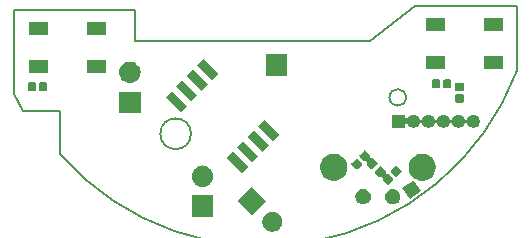
<source format=gbr>
%TF.GenerationSoftware,KiCad,Pcbnew,5.0.1*%
%TF.CreationDate,2018-11-18T21:12:45+01:00*%
%TF.ProjectId,lightball,6C6967687462616C6C2E6B696361645F,rev?*%
%TF.SameCoordinates,Original*%
%TF.FileFunction,Soldermask,Bot*%
%TF.FilePolarity,Negative*%
%FSLAX46Y46*%
G04 Gerber Fmt 4.6, Leading zero omitted, Abs format (unit mm)*
G04 Created by KiCad (PCBNEW 5.0.1) date So 18 Nov 2018 21:12:45 CET*
%MOMM*%
%LPD*%
G01*
G04 APERTURE LIST*
%ADD10C,0.150000*%
%ADD11C,0.100000*%
G04 APERTURE END LIST*
D10*
X73975000Y-113550000D02*
X72575000Y-113550000D01*
X73975000Y-117200000D02*
X73975000Y-113550000D01*
X112660414Y-110153935D02*
G75*
G02X73975000Y-117200000I-21460414J8103935D01*
G01*
X112675000Y-104650000D02*
X112663015Y-110154914D01*
X104050000Y-104650000D02*
X112675000Y-104650000D01*
X100250000Y-107650000D02*
X104050000Y-104650000D01*
X80300000Y-107650000D02*
X100250000Y-107650000D01*
X80300000Y-105000000D02*
X80300000Y-107650000D01*
X70050000Y-105000000D02*
X80300000Y-105000000D01*
X70050000Y-112150000D02*
X70050000Y-105000000D01*
X70850000Y-113550000D02*
X70050000Y-112150000D01*
X72575000Y-113550000D02*
X70850000Y-113550000D01*
X103275000Y-112400000D02*
G75*
G03X103275000Y-112400000I-700000J0D01*
G01*
X85075000Y-115475000D02*
G75*
G03X85075000Y-115475000I-1300000J0D01*
G01*
D11*
G36*
X92215995Y-122099470D02*
X92370867Y-122163620D01*
X92510248Y-122256752D01*
X92628782Y-122375286D01*
X92721914Y-122514667D01*
X92786064Y-122669539D01*
X92818767Y-122833951D01*
X92818767Y-123001583D01*
X92786064Y-123165995D01*
X92721914Y-123320867D01*
X92628782Y-123460248D01*
X92510248Y-123578782D01*
X92370867Y-123671914D01*
X92215995Y-123736064D01*
X92051583Y-123768767D01*
X91883951Y-123768767D01*
X91719539Y-123736064D01*
X91564667Y-123671914D01*
X91425286Y-123578782D01*
X91306752Y-123460248D01*
X91213620Y-123320867D01*
X91149470Y-123165995D01*
X91116767Y-123001583D01*
X91116767Y-122833951D01*
X91149470Y-122669539D01*
X91213620Y-122514667D01*
X91306752Y-122375286D01*
X91425286Y-122256752D01*
X91564667Y-122163620D01*
X91719539Y-122099470D01*
X91883951Y-122066767D01*
X92051583Y-122066767D01*
X92215995Y-122099470D01*
X92215995Y-122099470D01*
G37*
G36*
X86951000Y-122501000D02*
X85149000Y-122501000D01*
X85149000Y-120699000D01*
X86951000Y-120699000D01*
X86951000Y-122501000D01*
X86951000Y-122501000D01*
G37*
G36*
X91403496Y-121150000D02*
X90200000Y-122353496D01*
X88996504Y-121150000D01*
X90200000Y-119946504D01*
X91403496Y-121150000D01*
X91403496Y-121150000D01*
G37*
G36*
X99839890Y-120174017D02*
X99958361Y-120223089D01*
X100064992Y-120294338D01*
X100155662Y-120385008D01*
X100226911Y-120491639D01*
X100275983Y-120610110D01*
X100301000Y-120735881D01*
X100301000Y-120864119D01*
X100275983Y-120989890D01*
X100226911Y-121108361D01*
X100155662Y-121214992D01*
X100064992Y-121305662D01*
X99958361Y-121376911D01*
X99839890Y-121425983D01*
X99714119Y-121451000D01*
X99585881Y-121451000D01*
X99460110Y-121425983D01*
X99341639Y-121376911D01*
X99235008Y-121305662D01*
X99144338Y-121214992D01*
X99073089Y-121108361D01*
X99024017Y-120989890D01*
X98999000Y-120864119D01*
X98999000Y-120735881D01*
X99024017Y-120610110D01*
X99073089Y-120491639D01*
X99144338Y-120385008D01*
X99235008Y-120294338D01*
X99341639Y-120223089D01*
X99460110Y-120174017D01*
X99585881Y-120149000D01*
X99714119Y-120149000D01*
X99839890Y-120174017D01*
X99839890Y-120174017D01*
G37*
G36*
X102339890Y-120174017D02*
X102458361Y-120223089D01*
X102564992Y-120294338D01*
X102655662Y-120385008D01*
X102726911Y-120491639D01*
X102775983Y-120610110D01*
X102801000Y-120735881D01*
X102801000Y-120864119D01*
X102775983Y-120989890D01*
X102726911Y-121108361D01*
X102655662Y-121214992D01*
X102564992Y-121305662D01*
X102458361Y-121376911D01*
X102339890Y-121425983D01*
X102214119Y-121451000D01*
X102085881Y-121451000D01*
X101960110Y-121425983D01*
X101841639Y-121376911D01*
X101735008Y-121305662D01*
X101644338Y-121214992D01*
X101573089Y-121108361D01*
X101524017Y-120989890D01*
X101499000Y-120864119D01*
X101499000Y-120735881D01*
X101524017Y-120610110D01*
X101573089Y-120491639D01*
X101644338Y-120385008D01*
X101735008Y-120294338D01*
X101841639Y-120223089D01*
X101960110Y-120174017D01*
X102085881Y-120149000D01*
X102214119Y-120149000D01*
X102339890Y-120174017D01*
X102339890Y-120174017D01*
G37*
G36*
X103906152Y-119443914D02*
X103913265Y-119467363D01*
X103926356Y-119491224D01*
X104517393Y-120335312D01*
X103614688Y-120967393D01*
X102982607Y-120064688D01*
X103222886Y-119896443D01*
X103885312Y-119432607D01*
X103903766Y-119419686D01*
X103906152Y-119443914D01*
X103906152Y-119443914D01*
G37*
G36*
X86160443Y-118165519D02*
X86226627Y-118172037D01*
X86314009Y-118198544D01*
X86396467Y-118223557D01*
X86487820Y-118272387D01*
X86552991Y-118307222D01*
X86554281Y-118308281D01*
X86690186Y-118419814D01*
X86753131Y-118496514D01*
X86802778Y-118557009D01*
X86802779Y-118557011D01*
X86886443Y-118713533D01*
X86894755Y-118740935D01*
X86937963Y-118883373D01*
X86955359Y-119060000D01*
X86937963Y-119236627D01*
X86918870Y-119299569D01*
X86886443Y-119406467D01*
X86853893Y-119467363D01*
X86802778Y-119562991D01*
X86773448Y-119598729D01*
X86690186Y-119700186D01*
X86599072Y-119774960D01*
X86552991Y-119812778D01*
X86552989Y-119812779D01*
X86396467Y-119896443D01*
X86339853Y-119913616D01*
X86226627Y-119947963D01*
X86160443Y-119954481D01*
X86094260Y-119961000D01*
X86005740Y-119961000D01*
X85939557Y-119954481D01*
X85873373Y-119947963D01*
X85760147Y-119913616D01*
X85703533Y-119896443D01*
X85547011Y-119812779D01*
X85547009Y-119812778D01*
X85500928Y-119774960D01*
X85409814Y-119700186D01*
X85326552Y-119598729D01*
X85297222Y-119562991D01*
X85246107Y-119467363D01*
X85213557Y-119406467D01*
X85181130Y-119299569D01*
X85162037Y-119236627D01*
X85144641Y-119060000D01*
X85162037Y-118883373D01*
X85205245Y-118740935D01*
X85213557Y-118713533D01*
X85297221Y-118557011D01*
X85297222Y-118557009D01*
X85346869Y-118496514D01*
X85409814Y-118419814D01*
X85545719Y-118308281D01*
X85547009Y-118307222D01*
X85612180Y-118272387D01*
X85703533Y-118223557D01*
X85785991Y-118198544D01*
X85873373Y-118172037D01*
X85939557Y-118165519D01*
X86005740Y-118159000D01*
X86094260Y-118159000D01*
X86160443Y-118165519D01*
X86160443Y-118165519D01*
G37*
G36*
X101157063Y-118234438D02*
X101177681Y-118240692D01*
X101196681Y-118250848D01*
X101218106Y-118268431D01*
X101542463Y-118592788D01*
X101560046Y-118614213D01*
X101570202Y-118633213D01*
X101576456Y-118653831D01*
X101578567Y-118675269D01*
X101576456Y-118696710D01*
X101567285Y-118726941D01*
X101562504Y-118750974D01*
X101562504Y-118775479D01*
X101567284Y-118799512D01*
X101576662Y-118822151D01*
X101590275Y-118842526D01*
X101607602Y-118859853D01*
X101627977Y-118873467D01*
X101650616Y-118882844D01*
X101674649Y-118887625D01*
X101699154Y-118887625D01*
X101712471Y-118884976D01*
X101739375Y-118882327D01*
X101760813Y-118884438D01*
X101781431Y-118890692D01*
X101800431Y-118900848D01*
X101821856Y-118918431D01*
X102181569Y-119278144D01*
X102199152Y-119299569D01*
X102209308Y-119318569D01*
X102215562Y-119339187D01*
X102217673Y-119360625D01*
X102215562Y-119382063D01*
X102209308Y-119402681D01*
X102199152Y-119421681D01*
X102181569Y-119443106D01*
X101857212Y-119767463D01*
X101835787Y-119785046D01*
X101816787Y-119795202D01*
X101796169Y-119801456D01*
X101774731Y-119803567D01*
X101753293Y-119801456D01*
X101732675Y-119795202D01*
X101713675Y-119785046D01*
X101692250Y-119767463D01*
X101332537Y-119407750D01*
X101314954Y-119386325D01*
X101304798Y-119367325D01*
X101298544Y-119346707D01*
X101296433Y-119325269D01*
X101298544Y-119303828D01*
X101299486Y-119300724D01*
X101304267Y-119276691D01*
X101304267Y-119252186D01*
X101299487Y-119228153D01*
X101290109Y-119205514D01*
X101276496Y-119185139D01*
X101259169Y-119167812D01*
X101238794Y-119154198D01*
X101216155Y-119144821D01*
X101192122Y-119140040D01*
X101167617Y-119140040D01*
X101143585Y-119144820D01*
X101121709Y-119151456D01*
X101100269Y-119153567D01*
X101078831Y-119151456D01*
X101058213Y-119145202D01*
X101039213Y-119135046D01*
X101017788Y-119117463D01*
X100693431Y-118793106D01*
X100675848Y-118771681D01*
X100665692Y-118752681D01*
X100659438Y-118732063D01*
X100657327Y-118710625D01*
X100659438Y-118689187D01*
X100665692Y-118668569D01*
X100675848Y-118649569D01*
X100693431Y-118628144D01*
X101053144Y-118268431D01*
X101074569Y-118250848D01*
X101093569Y-118240692D01*
X101114187Y-118234438D01*
X101135625Y-118232327D01*
X101157063Y-118234438D01*
X101157063Y-118234438D01*
G37*
G36*
X97485734Y-117193232D02*
X97695202Y-117279996D01*
X97883723Y-117405962D01*
X98044038Y-117566277D01*
X98170004Y-117754798D01*
X98256768Y-117964266D01*
X98301000Y-118186635D01*
X98301000Y-118413365D01*
X98256768Y-118635734D01*
X98170004Y-118845202D01*
X98044038Y-119033723D01*
X97883723Y-119194038D01*
X97695202Y-119320004D01*
X97485734Y-119406768D01*
X97263365Y-119451000D01*
X97036635Y-119451000D01*
X96814266Y-119406768D01*
X96604798Y-119320004D01*
X96416277Y-119194038D01*
X96255962Y-119033723D01*
X96129996Y-118845202D01*
X96043232Y-118635734D01*
X95999000Y-118413365D01*
X95999000Y-118186635D01*
X96043232Y-117964266D01*
X96129996Y-117754798D01*
X96255962Y-117566277D01*
X96416277Y-117405962D01*
X96604798Y-117279996D01*
X96814266Y-117193232D01*
X97036635Y-117149000D01*
X97263365Y-117149000D01*
X97485734Y-117193232D01*
X97485734Y-117193232D01*
G37*
G36*
X104985734Y-117193232D02*
X105195202Y-117279996D01*
X105383723Y-117405962D01*
X105544038Y-117566277D01*
X105670004Y-117754798D01*
X105756768Y-117964266D01*
X105801000Y-118186635D01*
X105801000Y-118413365D01*
X105756768Y-118635734D01*
X105670004Y-118845202D01*
X105544038Y-119033723D01*
X105383723Y-119194038D01*
X105195202Y-119320004D01*
X104985734Y-119406768D01*
X104763365Y-119451000D01*
X104536635Y-119451000D01*
X104314266Y-119406768D01*
X104104797Y-119320004D01*
X104098196Y-119315593D01*
X104076585Y-119304042D01*
X104053136Y-119296929D01*
X104028749Y-119294527D01*
X104004363Y-119296929D01*
X103980914Y-119304042D01*
X103977906Y-119305650D01*
X103978366Y-119299631D01*
X103975433Y-119275303D01*
X103967810Y-119252015D01*
X103955790Y-119230661D01*
X103939835Y-119212062D01*
X103922843Y-119198425D01*
X103916280Y-119194040D01*
X103916279Y-119194039D01*
X103916276Y-119194037D01*
X103755962Y-119033723D01*
X103629996Y-118845202D01*
X103543232Y-118635734D01*
X103499000Y-118413365D01*
X103499000Y-118186635D01*
X103543232Y-117964266D01*
X103629996Y-117754798D01*
X103755962Y-117566277D01*
X103916277Y-117405962D01*
X104104798Y-117279996D01*
X104314266Y-117193232D01*
X104536635Y-117149000D01*
X104763365Y-117149000D01*
X104985734Y-117193232D01*
X104985734Y-117193232D01*
G37*
G36*
X102446707Y-118198544D02*
X102467325Y-118204798D01*
X102486325Y-118214954D01*
X102507750Y-118232537D01*
X102867463Y-118592250D01*
X102885046Y-118613675D01*
X102895202Y-118632675D01*
X102901456Y-118653293D01*
X102903567Y-118674731D01*
X102901456Y-118696169D01*
X102895202Y-118716787D01*
X102885046Y-118735787D01*
X102867463Y-118757212D01*
X102543106Y-119081569D01*
X102521681Y-119099152D01*
X102502681Y-119109308D01*
X102482063Y-119115562D01*
X102460625Y-119117673D01*
X102439187Y-119115562D01*
X102418569Y-119109308D01*
X102399569Y-119099152D01*
X102378144Y-119081569D01*
X102018431Y-118721856D01*
X102000848Y-118700431D01*
X101990692Y-118681431D01*
X101984438Y-118660813D01*
X101982327Y-118639375D01*
X101984438Y-118617937D01*
X101990692Y-118597319D01*
X102000848Y-118578319D01*
X102018431Y-118556894D01*
X102342788Y-118232537D01*
X102364213Y-118214954D01*
X102383213Y-118204798D01*
X102403831Y-118198544D01*
X102425269Y-118196433D01*
X102446707Y-118198544D01*
X102446707Y-118198544D01*
G37*
G36*
X89886877Y-118249209D02*
X89355132Y-118780954D01*
X88080925Y-117506747D01*
X88612670Y-116975002D01*
X89886877Y-118249209D01*
X89886877Y-118249209D01*
G37*
G36*
X99117866Y-117577385D02*
X99138484Y-117583639D01*
X99157484Y-117593795D01*
X99178909Y-117611378D01*
X99538622Y-117971091D01*
X99556205Y-117992516D01*
X99566361Y-118011516D01*
X99572615Y-118032134D01*
X99574726Y-118053572D01*
X99572615Y-118075010D01*
X99566361Y-118095628D01*
X99556205Y-118114628D01*
X99538622Y-118136053D01*
X99214265Y-118460410D01*
X99192840Y-118477993D01*
X99173840Y-118488149D01*
X99153222Y-118494403D01*
X99131784Y-118496514D01*
X99110346Y-118494403D01*
X99089728Y-118488149D01*
X99070728Y-118477993D01*
X99049303Y-118460410D01*
X98689590Y-118100697D01*
X98672007Y-118079272D01*
X98661851Y-118060272D01*
X98655597Y-118039654D01*
X98653486Y-118018216D01*
X98655597Y-117996778D01*
X98661851Y-117976160D01*
X98672007Y-117957160D01*
X98689590Y-117935735D01*
X99013947Y-117611378D01*
X99035372Y-117593795D01*
X99054372Y-117583639D01*
X99074990Y-117577385D01*
X99096428Y-117575274D01*
X99117866Y-117577385D01*
X99117866Y-117577385D01*
G37*
G36*
X99803760Y-116891491D02*
X99824378Y-116897745D01*
X99843378Y-116907901D01*
X99864803Y-116925484D01*
X100224516Y-117285197D01*
X100242099Y-117306622D01*
X100252255Y-117325622D01*
X100258509Y-117346240D01*
X100260620Y-117367678D01*
X100258509Y-117389117D01*
X100255924Y-117397639D01*
X100251145Y-117421672D01*
X100251145Y-117446177D01*
X100255926Y-117470210D01*
X100265305Y-117492849D01*
X100278919Y-117513223D01*
X100296247Y-117530550D01*
X100316622Y-117544163D01*
X100339261Y-117553540D01*
X100363294Y-117558319D01*
X100387799Y-117558319D01*
X100411830Y-117553538D01*
X100428292Y-117548544D01*
X100449731Y-117546433D01*
X100471169Y-117548544D01*
X100491787Y-117554798D01*
X100510787Y-117564954D01*
X100532212Y-117582537D01*
X100856569Y-117906894D01*
X100874152Y-117928319D01*
X100884308Y-117947319D01*
X100890562Y-117967937D01*
X100892673Y-117989375D01*
X100890562Y-118010813D01*
X100884308Y-118031431D01*
X100874152Y-118050431D01*
X100856569Y-118071856D01*
X100496856Y-118431569D01*
X100475431Y-118449152D01*
X100456431Y-118459308D01*
X100435813Y-118465562D01*
X100414375Y-118467673D01*
X100392937Y-118465562D01*
X100372319Y-118459308D01*
X100353319Y-118449152D01*
X100331894Y-118431569D01*
X100007537Y-118107212D01*
X99989954Y-118085787D01*
X99979798Y-118066787D01*
X99973544Y-118046169D01*
X99971433Y-118024731D01*
X99973544Y-118003293D01*
X99982218Y-117974699D01*
X99985256Y-117967362D01*
X99990034Y-117943328D01*
X99990032Y-117918824D01*
X99985249Y-117894791D01*
X99975869Y-117872153D01*
X99962253Y-117851780D01*
X99944924Y-117834454D01*
X99924548Y-117820843D01*
X99901908Y-117811468D01*
X99877874Y-117806690D01*
X99853370Y-117806692D01*
X99849263Y-117807510D01*
X99817678Y-117810620D01*
X99796240Y-117808509D01*
X99775622Y-117802255D01*
X99756622Y-117792099D01*
X99735197Y-117774516D01*
X99375484Y-117414803D01*
X99357901Y-117393378D01*
X99347745Y-117374378D01*
X99341491Y-117353760D01*
X99339380Y-117332322D01*
X99341491Y-117310884D01*
X99347745Y-117290266D01*
X99357901Y-117271266D01*
X99375484Y-117249841D01*
X99699841Y-116925484D01*
X99721266Y-116907901D01*
X99740266Y-116897745D01*
X99760884Y-116891491D01*
X99782322Y-116889380D01*
X99803760Y-116891491D01*
X99803760Y-116891491D01*
G37*
G36*
X90784903Y-117351184D02*
X90253158Y-117882929D01*
X88978951Y-116608722D01*
X89510696Y-116076977D01*
X90784903Y-117351184D01*
X90784903Y-117351184D01*
G37*
G36*
X91682929Y-116453158D02*
X91151184Y-116984903D01*
X89876977Y-115710696D01*
X90408722Y-115178951D01*
X91682929Y-116453158D01*
X91682929Y-116453158D01*
G37*
G36*
X92580954Y-115555132D02*
X92049209Y-116086877D01*
X90775002Y-114812670D01*
X91306747Y-114280925D01*
X92580954Y-115555132D01*
X92580954Y-115555132D01*
G37*
G36*
X103191000Y-114077262D02*
X103193402Y-114101648D01*
X103200515Y-114125097D01*
X103212066Y-114146708D01*
X103227612Y-114165650D01*
X103246554Y-114181196D01*
X103268165Y-114192747D01*
X103291614Y-114199860D01*
X103316000Y-114202262D01*
X103340386Y-114199860D01*
X103363835Y-114192747D01*
X103385446Y-114181196D01*
X103404388Y-114165650D01*
X103426236Y-114136192D01*
X103449644Y-114092400D01*
X103518499Y-114008499D01*
X103602400Y-113939644D01*
X103698121Y-113888479D01*
X103801985Y-113856973D01*
X103882933Y-113849000D01*
X103937067Y-113849000D01*
X104018015Y-113856973D01*
X104121879Y-113888479D01*
X104217600Y-113939644D01*
X104301501Y-114008499D01*
X104370356Y-114092400D01*
X104421521Y-114188121D01*
X104425383Y-114200854D01*
X104434760Y-114223493D01*
X104448374Y-114243867D01*
X104465701Y-114261194D01*
X104486076Y-114274808D01*
X104508715Y-114284186D01*
X104532748Y-114288966D01*
X104557252Y-114288966D01*
X104581286Y-114284185D01*
X104603925Y-114274808D01*
X104624299Y-114261194D01*
X104641626Y-114243867D01*
X104655240Y-114223492D01*
X104664617Y-114200854D01*
X104668479Y-114188121D01*
X104719644Y-114092400D01*
X104788499Y-114008499D01*
X104872400Y-113939644D01*
X104968121Y-113888479D01*
X105071985Y-113856973D01*
X105152933Y-113849000D01*
X105207067Y-113849000D01*
X105288015Y-113856973D01*
X105391879Y-113888479D01*
X105487600Y-113939644D01*
X105571501Y-114008499D01*
X105640356Y-114092400D01*
X105691521Y-114188121D01*
X105695383Y-114200854D01*
X105704760Y-114223493D01*
X105718374Y-114243867D01*
X105735701Y-114261194D01*
X105756076Y-114274808D01*
X105778715Y-114284186D01*
X105802748Y-114288966D01*
X105827252Y-114288966D01*
X105851286Y-114284185D01*
X105873925Y-114274808D01*
X105894299Y-114261194D01*
X105911626Y-114243867D01*
X105925240Y-114223492D01*
X105934617Y-114200854D01*
X105938479Y-114188121D01*
X105989644Y-114092400D01*
X106058499Y-114008499D01*
X106142400Y-113939644D01*
X106238121Y-113888479D01*
X106341985Y-113856973D01*
X106422933Y-113849000D01*
X106477067Y-113849000D01*
X106558015Y-113856973D01*
X106661879Y-113888479D01*
X106757600Y-113939644D01*
X106841501Y-114008499D01*
X106910356Y-114092400D01*
X106961521Y-114188121D01*
X106965383Y-114200854D01*
X106974760Y-114223493D01*
X106988374Y-114243867D01*
X107005701Y-114261194D01*
X107026076Y-114274808D01*
X107048715Y-114284186D01*
X107072748Y-114288966D01*
X107097252Y-114288966D01*
X107121286Y-114284185D01*
X107143925Y-114274808D01*
X107164299Y-114261194D01*
X107181626Y-114243867D01*
X107195240Y-114223492D01*
X107204617Y-114200854D01*
X107208479Y-114188121D01*
X107259644Y-114092400D01*
X107328499Y-114008499D01*
X107412400Y-113939644D01*
X107508121Y-113888479D01*
X107611985Y-113856973D01*
X107692933Y-113849000D01*
X107747067Y-113849000D01*
X107828015Y-113856973D01*
X107931879Y-113888479D01*
X108027600Y-113939644D01*
X108111501Y-114008499D01*
X108180356Y-114092400D01*
X108231521Y-114188121D01*
X108235383Y-114200854D01*
X108244760Y-114223493D01*
X108258374Y-114243867D01*
X108275701Y-114261194D01*
X108296076Y-114274808D01*
X108318715Y-114284186D01*
X108342748Y-114288966D01*
X108367252Y-114288966D01*
X108391286Y-114284185D01*
X108413925Y-114274808D01*
X108434299Y-114261194D01*
X108451626Y-114243867D01*
X108465240Y-114223492D01*
X108474617Y-114200854D01*
X108478479Y-114188121D01*
X108529644Y-114092400D01*
X108598499Y-114008499D01*
X108682400Y-113939644D01*
X108778121Y-113888479D01*
X108881985Y-113856973D01*
X108962933Y-113849000D01*
X109017067Y-113849000D01*
X109098015Y-113856973D01*
X109201879Y-113888479D01*
X109297600Y-113939644D01*
X109381501Y-114008499D01*
X109450356Y-114092400D01*
X109501521Y-114188121D01*
X109533027Y-114291985D01*
X109543666Y-114400000D01*
X109533027Y-114508015D01*
X109501521Y-114611879D01*
X109450356Y-114707600D01*
X109381501Y-114791501D01*
X109297600Y-114860356D01*
X109201879Y-114911521D01*
X109098015Y-114943027D01*
X109017067Y-114951000D01*
X108962933Y-114951000D01*
X108881985Y-114943027D01*
X108778121Y-114911521D01*
X108682400Y-114860356D01*
X108598499Y-114791501D01*
X108529644Y-114707600D01*
X108478479Y-114611879D01*
X108474615Y-114599142D01*
X108465240Y-114576507D01*
X108451626Y-114556133D01*
X108434299Y-114538806D01*
X108413924Y-114525192D01*
X108391285Y-114515814D01*
X108367252Y-114511034D01*
X108342748Y-114511034D01*
X108318714Y-114515815D01*
X108296075Y-114525192D01*
X108275701Y-114538806D01*
X108258374Y-114556133D01*
X108244760Y-114576508D01*
X108235385Y-114599142D01*
X108231521Y-114611879D01*
X108180356Y-114707600D01*
X108111501Y-114791501D01*
X108027600Y-114860356D01*
X107931879Y-114911521D01*
X107828015Y-114943027D01*
X107747067Y-114951000D01*
X107692933Y-114951000D01*
X107611985Y-114943027D01*
X107508121Y-114911521D01*
X107412400Y-114860356D01*
X107328499Y-114791501D01*
X107259644Y-114707600D01*
X107208479Y-114611879D01*
X107204615Y-114599142D01*
X107195240Y-114576507D01*
X107181626Y-114556133D01*
X107164299Y-114538806D01*
X107143924Y-114525192D01*
X107121285Y-114515814D01*
X107097252Y-114511034D01*
X107072748Y-114511034D01*
X107048714Y-114515815D01*
X107026075Y-114525192D01*
X107005701Y-114538806D01*
X106988374Y-114556133D01*
X106974760Y-114576508D01*
X106965385Y-114599142D01*
X106961521Y-114611879D01*
X106910356Y-114707600D01*
X106841501Y-114791501D01*
X106757600Y-114860356D01*
X106661879Y-114911521D01*
X106558015Y-114943027D01*
X106477067Y-114951000D01*
X106422933Y-114951000D01*
X106341985Y-114943027D01*
X106238121Y-114911521D01*
X106142400Y-114860356D01*
X106058499Y-114791501D01*
X105989644Y-114707600D01*
X105938479Y-114611879D01*
X105934615Y-114599142D01*
X105925240Y-114576507D01*
X105911626Y-114556133D01*
X105894299Y-114538806D01*
X105873924Y-114525192D01*
X105851285Y-114515814D01*
X105827252Y-114511034D01*
X105802748Y-114511034D01*
X105778714Y-114515815D01*
X105756075Y-114525192D01*
X105735701Y-114538806D01*
X105718374Y-114556133D01*
X105704760Y-114576508D01*
X105695385Y-114599142D01*
X105691521Y-114611879D01*
X105640356Y-114707600D01*
X105571501Y-114791501D01*
X105487600Y-114860356D01*
X105391879Y-114911521D01*
X105288015Y-114943027D01*
X105207067Y-114951000D01*
X105152933Y-114951000D01*
X105071985Y-114943027D01*
X104968121Y-114911521D01*
X104872400Y-114860356D01*
X104788499Y-114791501D01*
X104719644Y-114707600D01*
X104668479Y-114611879D01*
X104664615Y-114599142D01*
X104655240Y-114576507D01*
X104641626Y-114556133D01*
X104624299Y-114538806D01*
X104603924Y-114525192D01*
X104581285Y-114515814D01*
X104557252Y-114511034D01*
X104532748Y-114511034D01*
X104508714Y-114515815D01*
X104486075Y-114525192D01*
X104465701Y-114538806D01*
X104448374Y-114556133D01*
X104434760Y-114576508D01*
X104425385Y-114599142D01*
X104421521Y-114611879D01*
X104370356Y-114707600D01*
X104301501Y-114791501D01*
X104217600Y-114860356D01*
X104121879Y-114911521D01*
X104018015Y-114943027D01*
X103937067Y-114951000D01*
X103882933Y-114951000D01*
X103801985Y-114943027D01*
X103698121Y-114911521D01*
X103602400Y-114860356D01*
X103518499Y-114791501D01*
X103449644Y-114707600D01*
X103426234Y-114663805D01*
X103412626Y-114643439D01*
X103395299Y-114626111D01*
X103374924Y-114612498D01*
X103352285Y-114603120D01*
X103328252Y-114598340D01*
X103303748Y-114598340D01*
X103279714Y-114603121D01*
X103257075Y-114612498D01*
X103236701Y-114626112D01*
X103219373Y-114643439D01*
X103205760Y-114663814D01*
X103196382Y-114686453D01*
X103191000Y-114722738D01*
X103191000Y-114951000D01*
X102089000Y-114951000D01*
X102089000Y-113849000D01*
X103191000Y-113849000D01*
X103191000Y-114077262D01*
X103191000Y-114077262D01*
G37*
G36*
X80801000Y-113701000D02*
X78999000Y-113701000D01*
X78999000Y-111899000D01*
X80801000Y-111899000D01*
X80801000Y-113701000D01*
X80801000Y-113701000D01*
G37*
G36*
X84724998Y-113087330D02*
X84193253Y-113619075D01*
X82919046Y-112344868D01*
X83450791Y-111813123D01*
X84724998Y-113087330D01*
X84724998Y-113087330D01*
G37*
G36*
X108081938Y-112141716D02*
X108102556Y-112147970D01*
X108121556Y-112158126D01*
X108138208Y-112171792D01*
X108151874Y-112188444D01*
X108162030Y-112207444D01*
X108168284Y-112228062D01*
X108171000Y-112255640D01*
X108171000Y-112714360D01*
X108168284Y-112741938D01*
X108162030Y-112762556D01*
X108151874Y-112781556D01*
X108138208Y-112798208D01*
X108121556Y-112811874D01*
X108102556Y-112822030D01*
X108081938Y-112828284D01*
X108054360Y-112831000D01*
X107545640Y-112831000D01*
X107518062Y-112828284D01*
X107497444Y-112822030D01*
X107478444Y-112811874D01*
X107461792Y-112798208D01*
X107448126Y-112781556D01*
X107437970Y-112762556D01*
X107431716Y-112741938D01*
X107429000Y-112714360D01*
X107429000Y-112255640D01*
X107431716Y-112228062D01*
X107437970Y-112207444D01*
X107448126Y-112188444D01*
X107461792Y-112171792D01*
X107478444Y-112158126D01*
X107497444Y-112147970D01*
X107518062Y-112141716D01*
X107545640Y-112139000D01*
X108054360Y-112139000D01*
X108081938Y-112141716D01*
X108081938Y-112141716D01*
G37*
G36*
X85623023Y-112189304D02*
X85091278Y-112721049D01*
X83817071Y-111446842D01*
X84348816Y-110915097D01*
X85623023Y-112189304D01*
X85623023Y-112189304D01*
G37*
G36*
X72826938Y-111131716D02*
X72847556Y-111137970D01*
X72866556Y-111148126D01*
X72883208Y-111161792D01*
X72896874Y-111178444D01*
X72907030Y-111197444D01*
X72913284Y-111218062D01*
X72916000Y-111245640D01*
X72916000Y-111754360D01*
X72913284Y-111781938D01*
X72907030Y-111802556D01*
X72896874Y-111821556D01*
X72883208Y-111838208D01*
X72866556Y-111851874D01*
X72847556Y-111862030D01*
X72826938Y-111868284D01*
X72799360Y-111871000D01*
X72340640Y-111871000D01*
X72313062Y-111868284D01*
X72292444Y-111862030D01*
X72273444Y-111851874D01*
X72256792Y-111838208D01*
X72243126Y-111821556D01*
X72232970Y-111802556D01*
X72226716Y-111781938D01*
X72224000Y-111754360D01*
X72224000Y-111245640D01*
X72226716Y-111218062D01*
X72232970Y-111197444D01*
X72243126Y-111178444D01*
X72256792Y-111161792D01*
X72273444Y-111148126D01*
X72292444Y-111137970D01*
X72313062Y-111131716D01*
X72340640Y-111129000D01*
X72799360Y-111129000D01*
X72826938Y-111131716D01*
X72826938Y-111131716D01*
G37*
G36*
X71856938Y-111131716D02*
X71877556Y-111137970D01*
X71896556Y-111148126D01*
X71913208Y-111161792D01*
X71926874Y-111178444D01*
X71937030Y-111197444D01*
X71943284Y-111218062D01*
X71946000Y-111245640D01*
X71946000Y-111754360D01*
X71943284Y-111781938D01*
X71937030Y-111802556D01*
X71926874Y-111821556D01*
X71913208Y-111838208D01*
X71896556Y-111851874D01*
X71877556Y-111862030D01*
X71856938Y-111868284D01*
X71829360Y-111871000D01*
X71370640Y-111871000D01*
X71343062Y-111868284D01*
X71322444Y-111862030D01*
X71303444Y-111851874D01*
X71286792Y-111838208D01*
X71273126Y-111821556D01*
X71262970Y-111802556D01*
X71256716Y-111781938D01*
X71254000Y-111754360D01*
X71254000Y-111245640D01*
X71256716Y-111218062D01*
X71262970Y-111197444D01*
X71273126Y-111178444D01*
X71286792Y-111161792D01*
X71303444Y-111148126D01*
X71322444Y-111137970D01*
X71343062Y-111131716D01*
X71370640Y-111129000D01*
X71829360Y-111129000D01*
X71856938Y-111131716D01*
X71856938Y-111131716D01*
G37*
G36*
X108081938Y-111171716D02*
X108102556Y-111177970D01*
X108121556Y-111188126D01*
X108138208Y-111201792D01*
X108151874Y-111218444D01*
X108162030Y-111237444D01*
X108168284Y-111258062D01*
X108171000Y-111285640D01*
X108171000Y-111744360D01*
X108168284Y-111771938D01*
X108162030Y-111792556D01*
X108151874Y-111811556D01*
X108138208Y-111828208D01*
X108121556Y-111841874D01*
X108102556Y-111852030D01*
X108081938Y-111858284D01*
X108054360Y-111861000D01*
X107545640Y-111861000D01*
X107518062Y-111858284D01*
X107497444Y-111852030D01*
X107478444Y-111841874D01*
X107461792Y-111828208D01*
X107448126Y-111811556D01*
X107437970Y-111792556D01*
X107431716Y-111771938D01*
X107429000Y-111744360D01*
X107429000Y-111285640D01*
X107431716Y-111258062D01*
X107437970Y-111237444D01*
X107448126Y-111218444D01*
X107461792Y-111201792D01*
X107478444Y-111188126D01*
X107497444Y-111177970D01*
X107518062Y-111171716D01*
X107545640Y-111169000D01*
X108054360Y-111169000D01*
X108081938Y-111171716D01*
X108081938Y-111171716D01*
G37*
G36*
X86521049Y-111291278D02*
X85989304Y-111823023D01*
X84715097Y-110548816D01*
X85246842Y-110017071D01*
X86521049Y-111291278D01*
X86521049Y-111291278D01*
G37*
G36*
X107041938Y-110881716D02*
X107062556Y-110887970D01*
X107081556Y-110898126D01*
X107098208Y-110911792D01*
X107111874Y-110928444D01*
X107122030Y-110947444D01*
X107128284Y-110968062D01*
X107131000Y-110995640D01*
X107131000Y-111504360D01*
X107128284Y-111531938D01*
X107122030Y-111552556D01*
X107111874Y-111571556D01*
X107098208Y-111588208D01*
X107081556Y-111601874D01*
X107062556Y-111612030D01*
X107041938Y-111618284D01*
X107014360Y-111621000D01*
X106555640Y-111621000D01*
X106528062Y-111618284D01*
X106507444Y-111612030D01*
X106488444Y-111601874D01*
X106471792Y-111588208D01*
X106458126Y-111571556D01*
X106447970Y-111552556D01*
X106441716Y-111531938D01*
X106439000Y-111504360D01*
X106439000Y-110995640D01*
X106441716Y-110968062D01*
X106447970Y-110947444D01*
X106458126Y-110928444D01*
X106471792Y-110911792D01*
X106488444Y-110898126D01*
X106507444Y-110887970D01*
X106528062Y-110881716D01*
X106555640Y-110879000D01*
X107014360Y-110879000D01*
X107041938Y-110881716D01*
X107041938Y-110881716D01*
G37*
G36*
X106071938Y-110881716D02*
X106092556Y-110887970D01*
X106111556Y-110898126D01*
X106128208Y-110911792D01*
X106141874Y-110928444D01*
X106152030Y-110947444D01*
X106158284Y-110968062D01*
X106161000Y-110995640D01*
X106161000Y-111504360D01*
X106158284Y-111531938D01*
X106152030Y-111552556D01*
X106141874Y-111571556D01*
X106128208Y-111588208D01*
X106111556Y-111601874D01*
X106092556Y-111612030D01*
X106071938Y-111618284D01*
X106044360Y-111621000D01*
X105585640Y-111621000D01*
X105558062Y-111618284D01*
X105537444Y-111612030D01*
X105518444Y-111601874D01*
X105501792Y-111588208D01*
X105488126Y-111571556D01*
X105477970Y-111552556D01*
X105471716Y-111531938D01*
X105469000Y-111504360D01*
X105469000Y-110995640D01*
X105471716Y-110968062D01*
X105477970Y-110947444D01*
X105488126Y-110928444D01*
X105501792Y-110911792D01*
X105518444Y-110898126D01*
X105537444Y-110887970D01*
X105558062Y-110881716D01*
X105585640Y-110879000D01*
X106044360Y-110879000D01*
X106071938Y-110881716D01*
X106071938Y-110881716D01*
G37*
G36*
X80010442Y-109365518D02*
X80076627Y-109372037D01*
X80189853Y-109406384D01*
X80246467Y-109423557D01*
X80385087Y-109497652D01*
X80402991Y-109507222D01*
X80438729Y-109536552D01*
X80540186Y-109619814D01*
X80623448Y-109721271D01*
X80652778Y-109757009D01*
X80652779Y-109757011D01*
X80736443Y-109913533D01*
X80736443Y-109913534D01*
X80787963Y-110083373D01*
X80805359Y-110260000D01*
X80787963Y-110436627D01*
X80753931Y-110548816D01*
X80736443Y-110606467D01*
X80662348Y-110745087D01*
X80652778Y-110762991D01*
X80623448Y-110798729D01*
X80540186Y-110900186D01*
X80438729Y-110983448D01*
X80402991Y-111012778D01*
X80402989Y-111012779D01*
X80246467Y-111096443D01*
X80189853Y-111113616D01*
X80076627Y-111147963D01*
X80010443Y-111154481D01*
X79944260Y-111161000D01*
X79855740Y-111161000D01*
X79789557Y-111154481D01*
X79723373Y-111147963D01*
X79610147Y-111113616D01*
X79553533Y-111096443D01*
X79397011Y-111012779D01*
X79397009Y-111012778D01*
X79361271Y-110983448D01*
X79259814Y-110900186D01*
X79176552Y-110798729D01*
X79147222Y-110762991D01*
X79137652Y-110745087D01*
X79063557Y-110606467D01*
X79046069Y-110548816D01*
X79012037Y-110436627D01*
X78994641Y-110260000D01*
X79012037Y-110083373D01*
X79063557Y-109913534D01*
X79063557Y-109913533D01*
X79147221Y-109757011D01*
X79147222Y-109757009D01*
X79176552Y-109721271D01*
X79259814Y-109619814D01*
X79361271Y-109536552D01*
X79397009Y-109507222D01*
X79414913Y-109497652D01*
X79553533Y-109423557D01*
X79610147Y-109406384D01*
X79723373Y-109372037D01*
X79789558Y-109365518D01*
X79855740Y-109359000D01*
X79944260Y-109359000D01*
X80010442Y-109365518D01*
X80010442Y-109365518D01*
G37*
G36*
X87419075Y-110393253D02*
X86887330Y-110924998D01*
X85613123Y-109650791D01*
X86144868Y-109119046D01*
X87419075Y-110393253D01*
X87419075Y-110393253D01*
G37*
G36*
X93201000Y-110551000D02*
X91399000Y-110551000D01*
X91399000Y-108749000D01*
X93201000Y-108749000D01*
X93201000Y-110551000D01*
X93201000Y-110551000D01*
G37*
G36*
X72951000Y-110300930D02*
X71349000Y-110300930D01*
X71349000Y-109198930D01*
X72951000Y-109198930D01*
X72951000Y-110300930D01*
X72951000Y-110300930D01*
G37*
G36*
X77851000Y-110300930D02*
X76249000Y-110300930D01*
X76249000Y-109198930D01*
X77851000Y-109198930D01*
X77851000Y-110300930D01*
X77851000Y-110300930D01*
G37*
G36*
X111501000Y-109951000D02*
X109899000Y-109951000D01*
X109899000Y-108849000D01*
X111501000Y-108849000D01*
X111501000Y-109951000D01*
X111501000Y-109951000D01*
G37*
G36*
X106601000Y-109951000D02*
X104999000Y-109951000D01*
X104999000Y-108849000D01*
X106601000Y-108849000D01*
X106601000Y-109951000D01*
X106601000Y-109951000D01*
G37*
G36*
X77851000Y-107100930D02*
X76249000Y-107100930D01*
X76249000Y-105998930D01*
X77851000Y-105998930D01*
X77851000Y-107100930D01*
X77851000Y-107100930D01*
G37*
G36*
X72951000Y-107100930D02*
X71349000Y-107100930D01*
X71349000Y-105998930D01*
X72951000Y-105998930D01*
X72951000Y-107100930D01*
X72951000Y-107100930D01*
G37*
G36*
X111501000Y-106751000D02*
X109899000Y-106751000D01*
X109899000Y-105649000D01*
X111501000Y-105649000D01*
X111501000Y-106751000D01*
X111501000Y-106751000D01*
G37*
G36*
X106601000Y-106751000D02*
X104999000Y-106751000D01*
X104999000Y-105649000D01*
X106601000Y-105649000D01*
X106601000Y-106751000D01*
X106601000Y-106751000D01*
G37*
M02*

</source>
